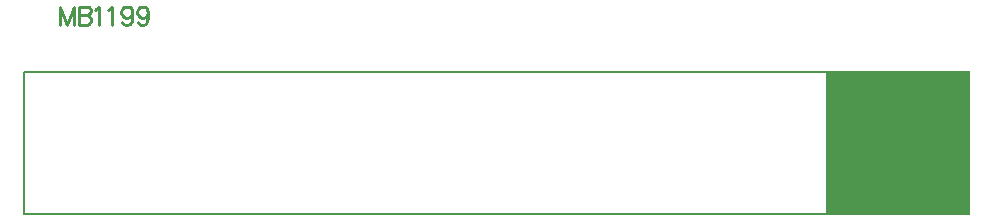
<source format=gbr>
%FSTAX23Y23*%
%MOIN*%
%SFA1B1*%

%IPPOS*%
%ADD11C,0.005000*%
%ADD12C,0.010000*%
%ADD16R,0.480000X0.480000*%
%LNpcb1-1*%
%LPD*%
G54D11*
X0Y0D02*
X0315D01*
Y00472*
X0D02*
X0315D01*
X0Y0D02*
Y00472D01*
G54D12*
X00118Y0069D02*
Y0063D01*
Y0069D02*
X00141Y0063D01*
X00164Y0069D02*
X00141Y0063D01*
X00164Y0069D02*
Y0063D01*
X00181Y0069D02*
Y0063D01*
Y0069D02*
X00207D01*
X00215Y00687*
X00218Y00684*
X00221Y00678*
Y00673*
X00218Y00667*
X00215Y00664*
X00207Y00661*
X00181D02*
X00207D01*
X00215Y00658*
X00218Y00656*
X00221Y0065*
Y00641*
X00218Y00636*
X00215Y00633*
X00207Y0063*
X00181*
X00234Y00678D02*
X0024Y00681D01*
X00249Y0069*
Y0063*
X00278Y00678D02*
X00284Y00681D01*
X00293Y0069*
Y0063*
X00359Y0067D02*
X00357Y00661D01*
X00351Y00656*
X00342Y00653*
X00339*
X00331Y00656*
X00325Y00661*
X00322Y0067*
Y00673*
X00325Y00681*
X00331Y00687*
X00339Y0069*
X00342*
X00351Y00687*
X00357Y00681*
X00359Y0067*
Y00656*
X00357Y00641*
X00351Y00633*
X00342Y0063*
X00337*
X00328Y00633*
X00325Y00638*
X00413Y0067D02*
X0041Y00661D01*
X00404Y00656*
X00396Y00653*
X00393*
X00384Y00656*
X00379Y00661*
X00376Y0067*
Y00673*
X00379Y00681*
X00384Y00687*
X00393Y0069*
X00396*
X00404Y00687*
X0041Y00681*
X00413Y0067*
Y00656*
X0041Y00641*
X00404Y00633*
X00396Y0063*
X0039*
X00381Y00633*
X00379Y00638*
G54D16*
X02913Y00236D03*
M02*
</source>
